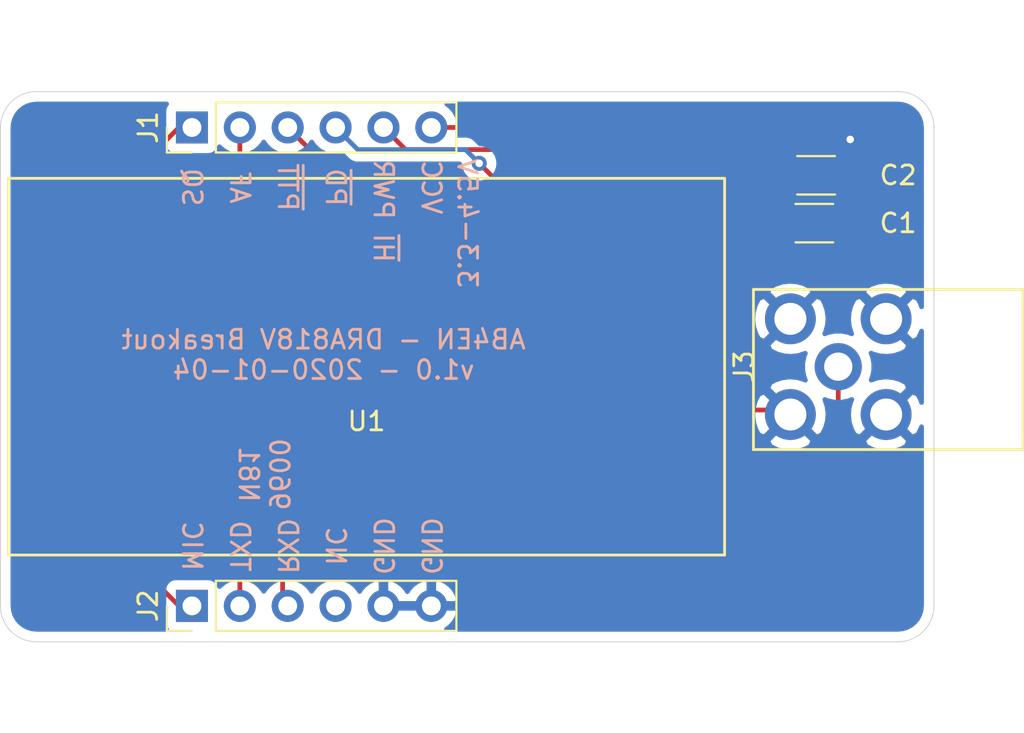
<source format=kicad_pcb>
(kicad_pcb (version 20171130) (host pcbnew 5.1.4-e60b266~84~ubuntu18.04.1)

  (general
    (thickness 1.6)
    (drawings 23)
    (tracks 49)
    (zones 0)
    (modules 6)
    (nets 12)
  )

  (page A4)
  (layers
    (0 F.Cu signal)
    (31 B.Cu signal)
    (32 B.Adhes user)
    (33 F.Adhes user)
    (34 B.Paste user)
    (35 F.Paste user)
    (36 B.SilkS user)
    (37 F.SilkS user)
    (38 B.Mask user)
    (39 F.Mask user)
    (40 Dwgs.User user)
    (41 Cmts.User user)
    (42 Eco1.User user)
    (43 Eco2.User user)
    (44 Edge.Cuts user)
    (45 Margin user)
    (46 B.CrtYd user)
    (47 F.CrtYd user)
    (48 B.Fab user)
    (49 F.Fab user)
  )

  (setup
    (last_trace_width 0.25)
    (trace_clearance 0.2)
    (zone_clearance 0.508)
    (zone_45_only no)
    (trace_min 0.2)
    (via_size 0.8)
    (via_drill 0.4)
    (via_min_size 0.4)
    (via_min_drill 0.3)
    (uvia_size 0.3)
    (uvia_drill 0.1)
    (uvias_allowed no)
    (uvia_min_size 0.2)
    (uvia_min_drill 0.1)
    (edge_width 0.05)
    (segment_width 0.2)
    (pcb_text_width 0.3)
    (pcb_text_size 1.5 1.5)
    (mod_edge_width 0.12)
    (mod_text_size 1 1)
    (mod_text_width 0.15)
    (pad_size 1.524 1.524)
    (pad_drill 0.762)
    (pad_to_mask_clearance 0.051)
    (solder_mask_min_width 0.25)
    (aux_axis_origin 0 0)
    (visible_elements FFFFFF7F)
    (pcbplotparams
      (layerselection 0x010fc_ffffffff)
      (usegerberextensions false)
      (usegerberattributes false)
      (usegerberadvancedattributes false)
      (creategerberjobfile false)
      (excludeedgelayer true)
      (linewidth 0.100000)
      (plotframeref false)
      (viasonmask false)
      (mode 1)
      (useauxorigin false)
      (hpglpennumber 1)
      (hpglpenspeed 20)
      (hpglpendiameter 15.000000)
      (psnegative false)
      (psa4output false)
      (plotreference true)
      (plotvalue true)
      (plotinvisibletext false)
      (padsonsilk false)
      (subtractmaskfromsilk false)
      (outputformat 1)
      (mirror false)
      (drillshape 1)
      (scaleselection 1)
      (outputdirectory ""))
  )

  (net 0 "")
  (net 1 "Net-(J1-Pad1)")
  (net 2 "Net-(J1-Pad2)")
  (net 3 "Net-(J1-Pad3)")
  (net 4 "Net-(J1-Pad4)")
  (net 5 "Net-(J1-Pad5)")
  (net 6 "Net-(J2-Pad1)")
  (net 7 "Net-(J2-Pad2)")
  (net 8 "Net-(J2-Pad3)")
  (net 9 GND)
  (net 10 "Net-(J3-Pad1)")
  (net 11 "Net-(C1-Pad1)")

  (net_class Default "This is the default net class."
    (clearance 0.2)
    (trace_width 0.25)
    (via_dia 0.8)
    (via_drill 0.4)
    (uvia_dia 0.3)
    (uvia_drill 0.1)
    (add_net GND)
    (add_net "Net-(C1-Pad1)")
    (add_net "Net-(J1-Pad1)")
    (add_net "Net-(J1-Pad2)")
    (add_net "Net-(J1-Pad3)")
    (add_net "Net-(J1-Pad4)")
    (add_net "Net-(J1-Pad5)")
    (add_net "Net-(J2-Pad1)")
    (add_net "Net-(J2-Pad2)")
    (add_net "Net-(J2-Pad3)")
    (add_net "Net-(J3-Pad1)")
  )

  (module Capacitors_SMD:C_1206_HandSoldering (layer F.Cu) (tedit 58AA84D1) (tstamp 5E10D128)
    (at 162.655 -1051.56)
    (descr "Capacitor SMD 1206, hand soldering")
    (tags "capacitor 1206")
    (path /5E114ED9)
    (attr smd)
    (fp_text reference C2 (at 4.35 0) (layer F.SilkS)
      (effects (font (size 1 1) (thickness 0.15)))
    )
    (fp_text value 10uF (at 0 2) (layer F.Fab)
      (effects (font (size 1 1) (thickness 0.15)))
    )
    (fp_text user %R (at 0 -1.75) (layer F.Fab)
      (effects (font (size 1 1) (thickness 0.15)))
    )
    (fp_line (start -1.6 0.8) (end -1.6 -0.8) (layer F.Fab) (width 0.1))
    (fp_line (start 1.6 0.8) (end -1.6 0.8) (layer F.Fab) (width 0.1))
    (fp_line (start 1.6 -0.8) (end 1.6 0.8) (layer F.Fab) (width 0.1))
    (fp_line (start -1.6 -0.8) (end 1.6 -0.8) (layer F.Fab) (width 0.1))
    (fp_line (start 1 -1.02) (end -1 -1.02) (layer F.SilkS) (width 0.12))
    (fp_line (start -1 1.02) (end 1 1.02) (layer F.SilkS) (width 0.12))
    (fp_line (start -3.25 -1.05) (end 3.25 -1.05) (layer F.CrtYd) (width 0.05))
    (fp_line (start -3.25 -1.05) (end -3.25 1.05) (layer F.CrtYd) (width 0.05))
    (fp_line (start 3.25 1.05) (end 3.25 -1.05) (layer F.CrtYd) (width 0.05))
    (fp_line (start 3.25 1.05) (end -3.25 1.05) (layer F.CrtYd) (width 0.05))
    (pad 1 smd rect (at -2 0) (size 2 1.6) (layers F.Cu F.Paste F.Mask)
      (net 11 "Net-(C1-Pad1)"))
    (pad 2 smd rect (at 2 0) (size 2 1.6) (layers F.Cu F.Paste F.Mask)
      (net 9 GND))
    (model Capacitors_SMD.3dshapes/C_1206.wrl
      (at (xyz 0 0 0))
      (scale (xyz 1 1 1))
      (rotate (xyz 0 0 0))
    )
  )

  (module Capacitors_SMD:C_1206_HandSoldering (layer F.Cu) (tedit 58AA84D1) (tstamp 5E10D125)
    (at 162.56 -1049.02)
    (descr "Capacitor SMD 1206, hand soldering")
    (tags "capacitor 1206")
    (path /5E1152B3)
    (attr smd)
    (fp_text reference C1 (at 4.445 0) (layer F.SilkS)
      (effects (font (size 1 1) (thickness 0.15)))
    )
    (fp_text value 1uF (at 0 2) (layer F.Fab)
      (effects (font (size 1 1) (thickness 0.15)))
    )
    (fp_text user %R (at 0 -1.75) (layer F.Fab)
      (effects (font (size 1 1) (thickness 0.15)))
    )
    (fp_line (start -1.6 0.8) (end -1.6 -0.8) (layer F.Fab) (width 0.1))
    (fp_line (start 1.6 0.8) (end -1.6 0.8) (layer F.Fab) (width 0.1))
    (fp_line (start 1.6 -0.8) (end 1.6 0.8) (layer F.Fab) (width 0.1))
    (fp_line (start -1.6 -0.8) (end 1.6 -0.8) (layer F.Fab) (width 0.1))
    (fp_line (start 1 -1.02) (end -1 -1.02) (layer F.SilkS) (width 0.12))
    (fp_line (start -1 1.02) (end 1 1.02) (layer F.SilkS) (width 0.12))
    (fp_line (start -3.25 -1.05) (end 3.25 -1.05) (layer F.CrtYd) (width 0.05))
    (fp_line (start -3.25 -1.05) (end -3.25 1.05) (layer F.CrtYd) (width 0.05))
    (fp_line (start 3.25 1.05) (end 3.25 -1.05) (layer F.CrtYd) (width 0.05))
    (fp_line (start 3.25 1.05) (end -3.25 1.05) (layer F.CrtYd) (width 0.05))
    (pad 1 smd rect (at -2 0) (size 2 1.6) (layers F.Cu F.Paste F.Mask)
      (net 11 "Net-(C1-Pad1)"))
    (pad 2 smd rect (at 2 0) (size 2 1.6) (layers F.Cu F.Paste F.Mask)
      (net 9 GND))
    (model Capacitors_SMD.3dshapes/C_1206.wrl
      (at (xyz 0 0 0))
      (scale (xyz 1 1 1))
      (rotate (xyz 0 0 0))
    )
  )

  (module Connectors_RF_Ham:SMA_THT_90deg (layer F.Cu) (tedit 5D5C7DFB) (tstamp 5E10C98D)
    (at 163.83 -1041.4 90)
    (tags "sma tht")
    (path /5E10EBCE)
    (fp_text reference J3 (at 0 -5 270) (layer F.SilkS)
      (effects (font (size 1 1) (thickness 0.15)))
    )
    (fp_text value Conn_Coaxial (at 0 -6.2 90) (layer F.Fab)
      (effects (font (size 1 1) (thickness 0.15)))
    )
    (fp_line (start -4.4 9.8) (end -4.4 -4.5) (layer F.SilkS) (width 0.15))
    (fp_line (start -3.5 9.8) (end -4.4 9.8) (layer F.SilkS) (width 0.15))
    (fp_line (start 4.1 9.8) (end -3.5 9.8) (layer F.SilkS) (width 0.15))
    (fp_line (start 4.1 -4.5) (end 4.1 9.8) (layer F.SilkS) (width 0.15))
    (fp_line (start -4.4 -4.5) (end 4.1 -4.5) (layer F.SilkS) (width 0.15))
    (pad 2 thru_hole circle (at -2.54 2.54 90) (size 2.7 2.7) (drill 1.7) (layers *.Cu *.Mask)
      (net 9 GND))
    (pad 2 thru_hole circle (at 2.54 2.54 90) (size 2.7 2.7) (drill 1.7) (layers *.Cu *.Mask)
      (net 9 GND))
    (pad 2 thru_hole circle (at 2.54 -2.54 90) (size 2.7 2.7) (drill 1.7) (layers *.Cu *.Mask)
      (net 9 GND))
    (pad 2 thru_hole circle (at -2.54 -2.54 90) (size 2.7 2.7) (drill 1.7) (layers *.Cu *.Mask)
      (net 9 GND))
    (pad 1 thru_hole circle (at 0 0 90) (size 2.5 2.5) (drill 1.5) (layers *.Cu *.Mask)
      (net 10 "Net-(J3-Pad1)"))
  )

  (module RF_Ham:DRV818V (layer F.Cu) (tedit 5D5C7749) (tstamp 5E10C715)
    (at 138.8 -1041.4)
    (path /5E10C7B3)
    (fp_text reference U1 (at 0 2.9) (layer F.SilkS)
      (effects (font (size 1 1) (thickness 0.15)))
    )
    (fp_text value DRV818V (at 0 -5.6) (layer F.Fab)
      (effects (font (size 1 1) (thickness 0.15)))
    )
    (fp_line (start -19 10) (end 19 10) (layer F.SilkS) (width 0.15))
    (fp_line (start 19 -10) (end 19 10) (layer F.SilkS) (width 0.15))
    (fp_line (start -19 -10) (end -19 10) (layer F.SilkS) (width 0.15))
    (fp_line (start -19 -10) (end 19 -10) (layer F.SilkS) (width 0.15))
    (pad 11 smd rect (at 17.5 6.9 90) (size 1.8 3) (layers F.Cu F.Paste F.Mask))
    (pad 10 smd rect (at 17.5 2.3 90) (size 1.8 3) (layers F.Cu F.Paste F.Mask)
      (net 9 GND))
    (pad 9 smd rect (at 17.5 -2.3 90) (size 1.8 3) (layers F.Cu F.Paste F.Mask)
      (net 9 GND))
    (pad 8 smd rect (at 17.5 -6.9 90) (size 1.8 3) (layers F.Cu F.Paste F.Mask)
      (net 11 "Net-(C1-Pad1)"))
    (pad 14 smd rect (at 4.45 8.55) (size 1.8 3) (layers F.Cu F.Paste F.Mask))
    (pad 18 smd rect (at -13.5 8.55) (size 1.8 3) (layers F.Cu F.Paste F.Mask)
      (net 6 "Net-(J2-Pad1)"))
    (pad 16 smd rect (at -4.45 8.55) (size 1.8 3) (layers F.Cu F.Paste F.Mask)
      (net 8 "Net-(J2-Pad3)"))
    (pad 15 smd rect (at 0 8.55) (size 1.8 3) (layers F.Cu F.Paste F.Mask))
    (pad 12 smd rect (at 13.35 8.55) (size 1.8 3) (layers F.Cu F.Paste F.Mask)
      (net 10 "Net-(J3-Pad1)"))
    (pad 17 smd rect (at -8.9 8.5145) (size 1.8 3) (layers F.Cu F.Paste F.Mask)
      (net 7 "Net-(J2-Pad2)"))
    (pad 13 smd rect (at 8.9 8.55) (size 1.8 3) (layers F.Cu F.Paste F.Mask))
    (pad 7 smd rect (at 13.35 -8.55) (size 1.8 3) (layers F.Cu F.Paste F.Mask)
      (net 5 "Net-(J1-Pad5)"))
    (pad 6 smd rect (at 8.9 -8.55) (size 1.8 3) (layers F.Cu F.Paste F.Mask)
      (net 4 "Net-(J1-Pad4)"))
    (pad 5 smd rect (at 4.45 -8.55) (size 1.8 3) (layers F.Cu F.Paste F.Mask)
      (net 3 "Net-(J1-Pad3)"))
    (pad 4 smd rect (at 0 -8.55) (size 1.8 3) (layers F.Cu F.Paste F.Mask))
    (pad 3 smd rect (at -4.45 -8.55) (size 1.8 3) (layers F.Cu F.Paste F.Mask)
      (net 2 "Net-(J1-Pad2)"))
    (pad 2 smd rect (at -8.9 -8.55) (size 1.8 3) (layers F.Cu F.Paste F.Mask))
    (pad 1 smd rect (at -13.5 -8.55) (size 1.8 3) (layers F.Cu F.Paste F.Mask)
      (net 1 "Net-(J1-Pad1)"))
  )

  (module Pin_Headers:Pin_Header_Straight_1x06_Pitch2.54mm (layer F.Cu) (tedit 59650532) (tstamp 5E10C6FB)
    (at 129.54 -1028.7 90)
    (descr "Through hole straight pin header, 1x06, 2.54mm pitch, single row")
    (tags "Through hole pin header THT 1x06 2.54mm single row")
    (path /5E10D4FC)
    (fp_text reference J2 (at 0 -2.33 90) (layer F.SilkS)
      (effects (font (size 1 1) (thickness 0.15)))
    )
    (fp_text value Conn_01x06_Male (at 0 15.03 90) (layer F.Fab)
      (effects (font (size 1 1) (thickness 0.15)))
    )
    (fp_line (start -0.635 -1.27) (end 1.27 -1.27) (layer F.Fab) (width 0.1))
    (fp_line (start 1.27 -1.27) (end 1.27 13.97) (layer F.Fab) (width 0.1))
    (fp_line (start 1.27 13.97) (end -1.27 13.97) (layer F.Fab) (width 0.1))
    (fp_line (start -1.27 13.97) (end -1.27 -0.635) (layer F.Fab) (width 0.1))
    (fp_line (start -1.27 -0.635) (end -0.635 -1.27) (layer F.Fab) (width 0.1))
    (fp_line (start -1.33 14.03) (end 1.33 14.03) (layer F.SilkS) (width 0.12))
    (fp_line (start -1.33 1.27) (end -1.33 14.03) (layer F.SilkS) (width 0.12))
    (fp_line (start 1.33 1.27) (end 1.33 14.03) (layer F.SilkS) (width 0.12))
    (fp_line (start -1.33 1.27) (end 1.33 1.27) (layer F.SilkS) (width 0.12))
    (fp_line (start -1.33 0) (end -1.33 -1.33) (layer F.SilkS) (width 0.12))
    (fp_line (start -1.33 -1.33) (end 0 -1.33) (layer F.SilkS) (width 0.12))
    (fp_line (start -1.8 -1.8) (end -1.8 14.5) (layer F.CrtYd) (width 0.05))
    (fp_line (start -1.8 14.5) (end 1.8 14.5) (layer F.CrtYd) (width 0.05))
    (fp_line (start 1.8 14.5) (end 1.8 -1.8) (layer F.CrtYd) (width 0.05))
    (fp_line (start 1.8 -1.8) (end -1.8 -1.8) (layer F.CrtYd) (width 0.05))
    (fp_text user %R (at 0 6.35) (layer F.Fab)
      (effects (font (size 1 1) (thickness 0.15)))
    )
    (pad 1 thru_hole rect (at 0 0 90) (size 1.7 1.7) (drill 1) (layers *.Cu *.Mask)
      (net 6 "Net-(J2-Pad1)"))
    (pad 2 thru_hole oval (at 0 2.54 90) (size 1.7 1.7) (drill 1) (layers *.Cu *.Mask)
      (net 7 "Net-(J2-Pad2)"))
    (pad 3 thru_hole oval (at 0 5.08 90) (size 1.7 1.7) (drill 1) (layers *.Cu *.Mask)
      (net 8 "Net-(J2-Pad3)"))
    (pad 4 thru_hole oval (at 0 7.62 90) (size 1.7 1.7) (drill 1) (layers *.Cu *.Mask))
    (pad 5 thru_hole oval (at 0 10.16 90) (size 1.7 1.7) (drill 1) (layers *.Cu *.Mask)
      (net 9 GND))
    (pad 6 thru_hole oval (at 0 12.7 90) (size 1.7 1.7) (drill 1) (layers *.Cu *.Mask)
      (net 9 GND))
    (model ${KISYS3DMOD}/Pin_Headers.3dshapes/Pin_Header_Straight_1x06_Pitch2.54mm.wrl
      (at (xyz 0 0 0))
      (scale (xyz 1 1 1))
      (rotate (xyz 0 0 0))
    )
  )

  (module Pin_Headers:Pin_Header_Straight_1x06_Pitch2.54mm (layer F.Cu) (tedit 59650532) (tstamp 5E10C6F8)
    (at 129.54 -1054.1 90)
    (descr "Through hole straight pin header, 1x06, 2.54mm pitch, single row")
    (tags "Through hole pin header THT 1x06 2.54mm single row")
    (path /5E10CF11)
    (fp_text reference J1 (at 0 -2.33 90) (layer F.SilkS)
      (effects (font (size 1 1) (thickness 0.15)))
    )
    (fp_text value Conn_01x06_Male (at 0 15.03 90) (layer F.Fab)
      (effects (font (size 1 1) (thickness 0.15)))
    )
    (fp_line (start -0.635 -1.27) (end 1.27 -1.27) (layer F.Fab) (width 0.1))
    (fp_line (start 1.27 -1.27) (end 1.27 13.97) (layer F.Fab) (width 0.1))
    (fp_line (start 1.27 13.97) (end -1.27 13.97) (layer F.Fab) (width 0.1))
    (fp_line (start -1.27 13.97) (end -1.27 -0.635) (layer F.Fab) (width 0.1))
    (fp_line (start -1.27 -0.635) (end -0.635 -1.27) (layer F.Fab) (width 0.1))
    (fp_line (start -1.33 14.03) (end 1.33 14.03) (layer F.SilkS) (width 0.12))
    (fp_line (start -1.33 1.27) (end -1.33 14.03) (layer F.SilkS) (width 0.12))
    (fp_line (start 1.33 1.27) (end 1.33 14.03) (layer F.SilkS) (width 0.12))
    (fp_line (start -1.33 1.27) (end 1.33 1.27) (layer F.SilkS) (width 0.12))
    (fp_line (start -1.33 0) (end -1.33 -1.33) (layer F.SilkS) (width 0.12))
    (fp_line (start -1.33 -1.33) (end 0 -1.33) (layer F.SilkS) (width 0.12))
    (fp_line (start -1.8 -1.8) (end -1.8 14.5) (layer F.CrtYd) (width 0.05))
    (fp_line (start -1.8 14.5) (end 1.8 14.5) (layer F.CrtYd) (width 0.05))
    (fp_line (start 1.8 14.5) (end 1.8 -1.8) (layer F.CrtYd) (width 0.05))
    (fp_line (start 1.8 -1.8) (end -1.8 -1.8) (layer F.CrtYd) (width 0.05))
    (fp_text user %R (at 0 6.35) (layer F.Fab)
      (effects (font (size 1 1) (thickness 0.15)))
    )
    (pad 1 thru_hole rect (at 0 0 90) (size 1.7 1.7) (drill 1) (layers *.Cu *.Mask)
      (net 1 "Net-(J1-Pad1)"))
    (pad 2 thru_hole oval (at 0 2.54 90) (size 1.7 1.7) (drill 1) (layers *.Cu *.Mask)
      (net 2 "Net-(J1-Pad2)"))
    (pad 3 thru_hole oval (at 0 5.08 90) (size 1.7 1.7) (drill 1) (layers *.Cu *.Mask)
      (net 3 "Net-(J1-Pad3)"))
    (pad 4 thru_hole oval (at 0 7.62 90) (size 1.7 1.7) (drill 1) (layers *.Cu *.Mask)
      (net 4 "Net-(J1-Pad4)"))
    (pad 5 thru_hole oval (at 0 10.16 90) (size 1.7 1.7) (drill 1) (layers *.Cu *.Mask)
      (net 5 "Net-(J1-Pad5)"))
    (pad 6 thru_hole oval (at 0 12.7 90) (size 1.7 1.7) (drill 1) (layers *.Cu *.Mask)
      (net 11 "Net-(C1-Pad1)"))
    (model ${KISYS3DMOD}/Pin_Headers.3dshapes/Pin_Header_Straight_1x06_Pitch2.54mm.wrl
      (at (xyz 0 0 0))
      (scale (xyz 1 1 1))
      (rotate (xyz 0 0 0))
    )
  )

  (gr_text "9600\nN81" (at 133.35 -1035.685 270) (layer B.SilkS) (tstamp 5E10D388)
    (effects (font (size 1 1) (thickness 0.15)) (justify mirror))
  )
  (gr_text 3.3-4.5V (at 144.145 -1049.02 270) (layer B.SilkS) (tstamp 5E10D348)
    (effects (font (size 1 1) (thickness 0.15)) (justify mirror))
  )
  (gr_text NC (at 137.16 -1031.875 270) (layer B.SilkS) (tstamp 5E10D306)
    (effects (font (size 1 1) (thickness 0.15)) (justify mirror))
  )
  (gr_text MIC (at 129.54 -1031.875 270) (layer B.SilkS) (tstamp 5E10D2D6)
    (effects (font (size 1 1) (thickness 0.15)) (justify mirror))
  )
  (gr_text TXD (at 132.08 -1031.875 270) (layer B.SilkS) (tstamp 5E10D2D4)
    (effects (font (size 1 1) (thickness 0.15)) (justify mirror))
  )
  (gr_text RXD (at 134.62 -1031.875 270) (layer B.SilkS) (tstamp 5E10D2D2)
    (effects (font (size 1 1) (thickness 0.15)) (justify mirror))
  )
  (gr_text GND (at 139.7 -1031.875 270) (layer B.SilkS) (tstamp 5E10D2CE)
    (effects (font (size 1 1) (thickness 0.15)) (justify mirror))
  )
  (gr_text GND (at 142.24 -1031.875 270) (layer B.SilkS) (tstamp 5E10D2CC)
    (effects (font (size 1 1) (thickness 0.15)) (justify mirror))
  )
  (gr_text VCC (at 142.24 -1050.925 270) (layer B.SilkS) (tstamp 5E10D2CA)
    (effects (font (size 1 1) (thickness 0.15)) (justify mirror))
  )
  (gr_text "~HI PWR" (at 139.7 -1049.655 270) (layer B.SilkS) (tstamp 5E10D2C8)
    (effects (font (size 1 1) (thickness 0.15)) (justify mirror))
  )
  (gr_text ~PD (at 137.16 -1050.925 270) (layer B.SilkS) (tstamp 5E10D2C6)
    (effects (font (size 1 1) (thickness 0.15)) (justify mirror))
  )
  (gr_text ~PTT (at 134.62 -1050.925 270) (layer B.SilkS) (tstamp 5E10D2C4)
    (effects (font (size 1 1) (thickness 0.15)) (justify mirror))
  )
  (gr_text AF (at 132.08 -1050.925 270) (layer B.SilkS) (tstamp 5E10D2C2)
    (effects (font (size 1 1) (thickness 0.15)) (justify mirror))
  )
  (gr_text SQ (at 129.54 -1050.925 270) (layer B.SilkS)
    (effects (font (size 1 1) (thickness 0.15)) (justify mirror))
  )
  (gr_text "AB4EN - DRA818V Breakout\nv1.0 - 2020-01-04" (at 136.525 -1042.035) (layer B.SilkS)
    (effects (font (size 1 1) (thickness 0.15)) (justify mirror))
  )
  (gr_arc (start 167.005 -1054.1) (end 168.91 -1054.1) (angle -90) (layer Edge.Cuts) (width 0.05))
  (gr_arc (start 121.285 -1054.1) (end 121.285 -1056.005) (angle -90) (layer Edge.Cuts) (width 0.05))
  (gr_arc (start 121.285 -1028.7) (end 119.38 -1028.7) (angle -90) (layer Edge.Cuts) (width 0.05))
  (gr_arc (start 167.005 -1028.7) (end 167.005 -1026.795) (angle -90) (layer Edge.Cuts) (width 0.05))
  (gr_line (start 119.38 -1028.7) (end 119.38 -1054.1) (layer Edge.Cuts) (width 0.05) (tstamp 5E10CC05))
  (gr_line (start 167.005 -1026.795) (end 121.285 -1026.795) (layer Edge.Cuts) (width 0.05))
  (gr_line (start 168.91 -1054.1) (end 168.91 -1028.7) (layer Edge.Cuts) (width 0.05))
  (gr_line (start 121.285 -1056.005) (end 167.005 -1056.005) (layer Edge.Cuts) (width 0.05))

  (segment (start 128.85 -1054.1) (end 129.54 -1054.1) (width 0.25) (layer F.Cu) (net 1))
  (segment (start 125.3 -1050.55) (end 128.85 -1054.1) (width 0.25) (layer F.Cu) (net 1))
  (segment (start 125.3 -1049.95) (end 125.3 -1050.55) (width 0.25) (layer F.Cu) (net 1))
  (segment (start 132.08 -1052.897919) (end 132.08 -1054.1) (width 0.25) (layer F.Cu) (net 2))
  (segment (start 132.08 -1051.07) (end 132.08 -1052.897919) (width 0.25) (layer F.Cu) (net 2))
  (segment (start 133.2 -1049.95) (end 132.08 -1051.07) (width 0.25) (layer F.Cu) (net 2))
  (segment (start 134.35 -1049.95) (end 133.2 -1049.95) (width 0.25) (layer F.Cu) (net 2))
  (segment (start 136.944999 -1051.775001) (end 135.469999 -1053.250001) (width 0.25) (layer F.Cu) (net 3))
  (segment (start 135.469999 -1053.250001) (end 134.62 -1054.1) (width 0.25) (layer F.Cu) (net 3))
  (segment (start 140.274999 -1051.775001) (end 136.944999 -1051.775001) (width 0.25) (layer F.Cu) (net 3))
  (segment (start 142.1 -1049.95) (end 140.274999 -1051.775001) (width 0.25) (layer F.Cu) (net 3))
  (segment (start 143.25 -1049.95) (end 142.1 -1049.95) (width 0.25) (layer F.Cu) (net 3))
  (via (at 144.78 -1052.195) (size 0.8) (drill 0.4) (layers F.Cu B.Cu) (net 4))
  (segment (start 144.050001 -1052.924999) (end 144.78 -1052.195) (width 0.25) (layer B.Cu) (net 4))
  (segment (start 137.16 -1054.1) (end 138.335001 -1052.924999) (width 0.25) (layer B.Cu) (net 4))
  (segment (start 138.335001 -1052.924999) (end 144.050001 -1052.924999) (width 0.25) (layer B.Cu) (net 4))
  (segment (start 147.025 -1049.95) (end 147.7 -1049.95) (width 0.25) (layer F.Cu) (net 4))
  (segment (start 144.78 -1052.195) (end 147.025 -1049.95) (width 0.25) (layer F.Cu) (net 4))
  (segment (start 148.025001 -1052.924999) (end 151 -1049.95) (width 0.25) (layer F.Cu) (net 5))
  (segment (start 140.875001 -1052.924999) (end 148.025001 -1052.924999) (width 0.25) (layer F.Cu) (net 5))
  (segment (start 151 -1049.95) (end 152.15 -1049.95) (width 0.25) (layer F.Cu) (net 5))
  (segment (start 139.7 -1054.1) (end 140.875001 -1052.924999) (width 0.25) (layer F.Cu) (net 5))
  (segment (start 156.3 -1049.45) (end 156.3 -1048.3) (width 0.25) (layer F.Cu) (net 11))
  (segment (start 151.65 -1054.1) (end 156.3 -1049.45) (width 0.25) (layer F.Cu) (net 11))
  (segment (start 142.24 -1054.1) (end 151.65 -1054.1) (width 0.25) (layer F.Cu) (net 11))
  (segment (start 128.85 -1028.7) (end 129.54 -1028.7) (width 0.25) (layer F.Cu) (net 6))
  (segment (start 125.3 -1032.25) (end 128.85 -1028.7) (width 0.25) (layer F.Cu) (net 6))
  (segment (start 125.3 -1032.85) (end 125.3 -1032.25) (width 0.25) (layer F.Cu) (net 6))
  (segment (start 132.08 -1029.902081) (end 132.08 -1028.7) (width 0.25) (layer F.Cu) (net 7))
  (segment (start 132.08 -1031.8555) (end 132.08 -1029.902081) (width 0.25) (layer F.Cu) (net 7))
  (segment (start 131.05 -1032.8855) (end 132.08 -1031.8555) (width 0.25) (layer F.Cu) (net 7))
  (segment (start 129.9 -1032.8855) (end 131.05 -1032.8855) (width 0.25) (layer F.Cu) (net 7))
  (segment (start 134.35 -1028.97) (end 134.62 -1028.7) (width 0.25) (layer F.Cu) (net 8))
  (segment (start 134.35 -1032.85) (end 134.35 -1028.97) (width 0.25) (layer F.Cu) (net 8))
  (segment (start 156.3 -1043.7) (end 156.3 -1039.1) (width 0.25) (layer F.Cu) (net 9))
  (segment (start 161.05 -1039.1) (end 161.29 -1038.86) (width 0.25) (layer F.Cu) (net 9))
  (segment (start 156.3 -1039.1) (end 161.05 -1039.1) (width 0.25) (layer F.Cu) (net 9))
  (segment (start 164.655 -1049.115) (end 164.56 -1049.02) (width 0.25) (layer F.Cu) (net 9))
  (segment (start 164.655 -1051.56) (end 164.655 -1049.115) (width 0.25) (layer F.Cu) (net 9))
  (via (at 164.465 -1053.465) (size 0.8) (drill 0.4) (layers F.Cu B.Cu) (net 9))
  (segment (start 164.655 -1051.56) (end 164.655 -1053.275) (width 0.25) (layer F.Cu) (net 9))
  (segment (start 164.655 -1053.275) (end 164.465 -1053.465) (width 0.25) (layer F.Cu) (net 9))
  (segment (start 152.15 -1032.85) (end 161.63 -1032.85) (width 0.25) (layer F.Cu) (net 10))
  (segment (start 163.83 -1035.05) (end 163.83 -1041.4) (width 0.25) (layer F.Cu) (net 10))
  (segment (start 161.63 -1032.85) (end 163.83 -1035.05) (width 0.25) (layer F.Cu) (net 10))
  (segment (start 160.655 -1049.115) (end 160.56 -1049.02) (width 0.25) (layer F.Cu) (net 11))
  (segment (start 160.655 -1051.56) (end 160.655 -1049.115) (width 0.25) (layer F.Cu) (net 11))
  (segment (start 157.02 -1049.02) (end 156.3 -1048.3) (width 0.25) (layer F.Cu) (net 11))
  (segment (start 160.56 -1049.02) (end 157.02 -1049.02) (width 0.25) (layer F.Cu) (net 11))

  (zone (net 9) (net_name GND) (layer B.Cu) (tstamp 0) (hatch edge 0.508)
    (connect_pads (clearance 0.508))
    (min_thickness 0.254)
    (fill yes (arc_segments 32) (thermal_gap 0.508) (thermal_bridge_width 0.508))
    (polygon
      (pts
        (xy 119.38 -1056.005) (xy 168.91 -1056.005) (xy 168.91 -1026.795) (xy 119.38 -1026.795)
      )
    )
    (filled_polygon
      (pts
        (xy 128.159463 -1055.304494) (xy 128.100498 -1055.19418) (xy 128.064188 -1055.074482) (xy 128.051928 -1054.95) (xy 128.051928 -1053.25)
        (xy 128.064188 -1053.125518) (xy 128.100498 -1053.00582) (xy 128.159463 -1052.895506) (xy 128.238815 -1052.798815) (xy 128.335506 -1052.719463)
        (xy 128.44582 -1052.660498) (xy 128.565518 -1052.624188) (xy 128.69 -1052.611928) (xy 130.39 -1052.611928) (xy 130.514482 -1052.624188)
        (xy 130.63418 -1052.660498) (xy 130.744494 -1052.719463) (xy 130.841185 -1052.798815) (xy 130.920537 -1052.895506) (xy 130.979502 -1053.00582)
        (xy 131.000393 -1053.074687) (xy 131.024866 -1053.044866) (xy 131.250986 -1052.859294) (xy 131.508966 -1052.721401) (xy 131.788889 -1052.636487)
        (xy 132.00705 -1052.615) (xy 132.15295 -1052.615) (xy 132.371111 -1052.636487) (xy 132.651034 -1052.721401) (xy 132.909014 -1052.859294)
        (xy 133.135134 -1053.044866) (xy 133.320706 -1053.270986) (xy 133.35 -1053.325791) (xy 133.379294 -1053.270986) (xy 133.564866 -1053.044866)
        (xy 133.790986 -1052.859294) (xy 134.048966 -1052.721401) (xy 134.328889 -1052.636487) (xy 134.54705 -1052.615) (xy 134.69295 -1052.615)
        (xy 134.911111 -1052.636487) (xy 135.191034 -1052.721401) (xy 135.449014 -1052.859294) (xy 135.675134 -1053.044866) (xy 135.860706 -1053.270986)
        (xy 135.89 -1053.325791) (xy 135.919294 -1053.270986) (xy 136.104866 -1053.044866) (xy 136.330986 -1052.859294) (xy 136.588966 -1052.721401)
        (xy 136.868889 -1052.636487) (xy 137.08705 -1052.615) (xy 137.23295 -1052.615) (xy 137.451111 -1052.636487) (xy 137.525995 -1052.659203)
        (xy 137.771201 -1052.413997) (xy 137.795 -1052.384998) (xy 137.910725 -1052.290025) (xy 138.042754 -1052.219453) (xy 138.186015 -1052.175996)
        (xy 138.297668 -1052.164999) (xy 138.297677 -1052.164999) (xy 138.335 -1052.161323) (xy 138.372323 -1052.164999) (xy 143.735199 -1052.164999)
        (xy 143.745 -1052.155198) (xy 143.745 -1052.093061) (xy 143.784774 -1051.893102) (xy 143.862795 -1051.704744) (xy 143.976063 -1051.535226)
        (xy 144.120226 -1051.391063) (xy 144.289744 -1051.277795) (xy 144.478102 -1051.199774) (xy 144.678061 -1051.16) (xy 144.881939 -1051.16)
        (xy 145.081898 -1051.199774) (xy 145.270256 -1051.277795) (xy 145.439774 -1051.391063) (xy 145.583937 -1051.535226) (xy 145.697205 -1051.704744)
        (xy 145.775226 -1051.893102) (xy 145.815 -1052.093061) (xy 145.815 -1052.296939) (xy 145.775226 -1052.496898) (xy 145.697205 -1052.685256)
        (xy 145.583937 -1052.854774) (xy 145.439774 -1052.998937) (xy 145.270256 -1053.112205) (xy 145.081898 -1053.190226) (xy 144.881939 -1053.23)
        (xy 144.819802 -1053.23) (xy 144.613804 -1053.435997) (xy 144.590002 -1053.465) (xy 144.474277 -1053.559973) (xy 144.342248 -1053.630545)
        (xy 144.198987 -1053.674002) (xy 144.087334 -1053.684999) (xy 144.087323 -1053.684999) (xy 144.050001 -1053.688675) (xy 144.012679 -1053.684999)
        (xy 143.665931 -1053.684999) (xy 143.703513 -1053.808889) (xy 143.732185 -1054.1) (xy 143.703513 -1054.391111) (xy 143.618599 -1054.671034)
        (xy 143.480706 -1054.929014) (xy 143.295134 -1055.155134) (xy 143.069014 -1055.340706) (xy 143.06098 -1055.345) (xy 166.972723 -1055.345)
        (xy 167.246204 -1055.318185) (xy 167.478226 -1055.248133) (xy 167.692222 -1055.13435) (xy 167.880041 -1054.981168) (xy 168.03453 -1054.794423)
        (xy 168.149801 -1054.581231) (xy 168.221472 -1054.3497) (xy 168.25 -1054.078275) (xy 168.25 -1044.577236) (xy 168.193568 -1044.748116)
        (xy 168.055044 -1045.007276) (xy 167.754838 -1045.145233) (xy 166.549605 -1043.94) (xy 167.754838 -1042.734767) (xy 168.055044 -1042.872724)
        (xy 168.230882 -1043.221967) (xy 168.25 -1043.291026) (xy 168.250001 -1039.497235) (xy 168.193568 -1039.668116) (xy 168.055044 -1039.927276)
        (xy 167.754838 -1040.065233) (xy 166.549605 -1038.86) (xy 167.754838 -1037.654767) (xy 168.055044 -1037.792724) (xy 168.230882 -1038.141967)
        (xy 168.250001 -1038.211026) (xy 168.250001 -1028.732288) (xy 168.223185 -1028.458795) (xy 168.153133 -1028.226774) (xy 168.03935 -1028.012778)
        (xy 167.886169 -1027.824961) (xy 167.699424 -1027.670471) (xy 167.486231 -1027.555198) (xy 167.254701 -1027.483528) (xy 166.983276 -1027.455)
        (xy 143.042637 -1027.455) (xy 143.240269 -1027.602412) (xy 143.435178 -1027.818645) (xy 143.584157 -1028.068748) (xy 143.681481 -1028.343109)
        (xy 143.560814 -1028.573) (xy 142.367 -1028.573) (xy 142.367 -1028.553) (xy 142.113 -1028.553) (xy 142.113 -1028.573)
        (xy 139.827 -1028.573) (xy 139.827 -1028.553) (xy 139.573 -1028.553) (xy 139.573 -1028.573) (xy 139.553 -1028.573)
        (xy 139.553 -1028.827) (xy 139.573 -1028.827) (xy 139.573 -1030.020155) (xy 139.827 -1030.020155) (xy 139.827 -1028.827)
        (xy 142.113 -1028.827) (xy 142.113 -1030.020155) (xy 142.367 -1030.020155) (xy 142.367 -1028.827) (xy 143.560814 -1028.827)
        (xy 143.681481 -1029.056891) (xy 143.584157 -1029.331252) (xy 143.435178 -1029.581355) (xy 143.240269 -1029.797588) (xy 143.00692 -1029.971641)
        (xy 142.744099 -1030.096825) (xy 142.59689 -1030.141476) (xy 142.367 -1030.020155) (xy 142.113 -1030.020155) (xy 141.88311 -1030.141476)
        (xy 141.735901 -1030.096825) (xy 141.47308 -1029.971641) (xy 141.239731 -1029.797588) (xy 141.044822 -1029.581355) (xy 140.97 -1029.455745)
        (xy 140.895178 -1029.581355) (xy 140.700269 -1029.797588) (xy 140.46692 -1029.971641) (xy 140.204099 -1030.096825) (xy 140.05689 -1030.141476)
        (xy 139.827 -1030.020155) (xy 139.573 -1030.020155) (xy 139.34311 -1030.141476) (xy 139.195901 -1030.096825) (xy 138.93308 -1029.971641)
        (xy 138.699731 -1029.797588) (xy 138.504822 -1029.581355) (xy 138.435201 -1029.464477) (xy 138.400706 -1029.529014) (xy 138.215134 -1029.755134)
        (xy 137.989014 -1029.940706) (xy 137.731034 -1030.078599) (xy 137.451111 -1030.163513) (xy 137.23295 -1030.185) (xy 137.08705 -1030.185)
        (xy 136.868889 -1030.163513) (xy 136.588966 -1030.078599) (xy 136.330986 -1029.940706) (xy 136.104866 -1029.755134) (xy 135.919294 -1029.529014)
        (xy 135.89 -1029.474209) (xy 135.860706 -1029.529014) (xy 135.675134 -1029.755134) (xy 135.449014 -1029.940706) (xy 135.191034 -1030.078599)
        (xy 134.911111 -1030.163513) (xy 134.69295 -1030.185) (xy 134.54705 -1030.185) (xy 134.328889 -1030.163513) (xy 134.048966 -1030.078599)
        (xy 133.790986 -1029.940706) (xy 133.564866 -1029.755134) (xy 133.379294 -1029.529014) (xy 133.35 -1029.474209) (xy 133.320706 -1029.529014)
        (xy 133.135134 -1029.755134) (xy 132.909014 -1029.940706) (xy 132.651034 -1030.078599) (xy 132.371111 -1030.163513) (xy 132.15295 -1030.185)
        (xy 132.00705 -1030.185) (xy 131.788889 -1030.163513) (xy 131.508966 -1030.078599) (xy 131.250986 -1029.940706) (xy 131.024866 -1029.755134)
        (xy 131.000393 -1029.725313) (xy 130.979502 -1029.79418) (xy 130.920537 -1029.904494) (xy 130.841185 -1030.001185) (xy 130.744494 -1030.080537)
        (xy 130.63418 -1030.139502) (xy 130.514482 -1030.175812) (xy 130.39 -1030.188072) (xy 128.69 -1030.188072) (xy 128.565518 -1030.175812)
        (xy 128.44582 -1030.139502) (xy 128.335506 -1030.080537) (xy 128.238815 -1030.001185) (xy 128.159463 -1029.904494) (xy 128.100498 -1029.79418)
        (xy 128.064188 -1029.674482) (xy 128.051928 -1029.55) (xy 128.051928 -1027.85) (xy 128.064188 -1027.725518) (xy 128.100498 -1027.60582)
        (xy 128.159463 -1027.495506) (xy 128.192705 -1027.455) (xy 121.317277 -1027.455) (xy 121.043795 -1027.481815) (xy 120.811774 -1027.551867)
        (xy 120.597778 -1027.66565) (xy 120.409961 -1027.818831) (xy 120.255471 -1028.005576) (xy 120.140198 -1028.218769) (xy 120.068528 -1028.450299)
        (xy 120.04 -1028.721724) (xy 120.04 -1037.475162) (xy 160.084767 -1037.475162) (xy 160.222724 -1037.174956) (xy 160.571967 -1036.999118)
        (xy 160.948804 -1036.894793) (xy 161.338753 -1036.865991) (xy 161.726828 -1036.913816) (xy 162.098116 -1037.036432) (xy 162.357276 -1037.174956)
        (xy 162.495233 -1037.475162) (xy 165.164767 -1037.475162) (xy 165.302724 -1037.174956) (xy 165.651967 -1036.999118) (xy 166.028804 -1036.894793)
        (xy 166.418753 -1036.865991) (xy 166.806828 -1036.913816) (xy 167.178116 -1037.036432) (xy 167.437276 -1037.174956) (xy 167.575233 -1037.475162)
        (xy 166.37 -1038.680395) (xy 165.164767 -1037.475162) (xy 162.495233 -1037.475162) (xy 161.29 -1038.680395) (xy 160.084767 -1037.475162)
        (xy 120.04 -1037.475162) (xy 120.04 -1038.811247) (xy 159.295991 -1038.811247) (xy 159.343816 -1038.423172) (xy 159.466432 -1038.051884)
        (xy 159.604956 -1037.792724) (xy 159.905162 -1037.654767) (xy 161.110395 -1038.86) (xy 159.905162 -1040.065233) (xy 159.604956 -1039.927276)
        (xy 159.429118 -1039.578033) (xy 159.324793 -1039.201196) (xy 159.295991 -1038.811247) (xy 120.04 -1038.811247) (xy 120.04 -1042.555162)
        (xy 160.084767 -1042.555162) (xy 160.222724 -1042.254956) (xy 160.571967 -1042.079118) (xy 160.948804 -1041.974793) (xy 161.338753 -1041.945991)
        (xy 161.726828 -1041.993816) (xy 162.084597 -1042.111967) (xy 162.017439 -1041.949834) (xy 161.945 -1041.585656) (xy 161.945 -1041.214344)
        (xy 162.017439 -1040.850166) (xy 162.08758 -1040.680832) (xy 162.008033 -1040.720882) (xy 161.631196 -1040.825207) (xy 161.241247 -1040.854009)
        (xy 160.853172 -1040.806184) (xy 160.481884 -1040.683568) (xy 160.222724 -1040.545044) (xy 160.084767 -1040.244838) (xy 161.29 -1039.039605)
        (xy 161.304143 -1039.053748) (xy 161.483748 -1038.874143) (xy 161.469605 -1038.86) (xy 162.674838 -1037.654767) (xy 162.975044 -1037.792724)
        (xy 163.150882 -1038.141967) (xy 163.255207 -1038.518804) (xy 163.284009 -1038.908753) (xy 163.236184 -1039.296828) (xy 163.118033 -1039.654597)
        (xy 163.280166 -1039.587439) (xy 163.644344 -1039.515) (xy 164.015656 -1039.515) (xy 164.379834 -1039.587439) (xy 164.549168 -1039.65758)
        (xy 164.509118 -1039.578033) (xy 164.404793 -1039.201196) (xy 164.375991 -1038.811247) (xy 164.423816 -1038.423172) (xy 164.546432 -1038.051884)
        (xy 164.684956 -1037.792724) (xy 164.985162 -1037.654767) (xy 166.190395 -1038.86) (xy 166.176253 -1038.874143) (xy 166.355858 -1039.053748)
        (xy 166.37 -1039.039605) (xy 167.575233 -1040.244838) (xy 167.437276 -1040.545044) (xy 167.088033 -1040.720882) (xy 166.711196 -1040.825207)
        (xy 166.321247 -1040.854009) (xy 165.933172 -1040.806184) (xy 165.575403 -1040.688033) (xy 165.642561 -1040.850166) (xy 165.715 -1041.214344)
        (xy 165.715 -1041.585656) (xy 165.642561 -1041.949834) (xy 165.57242 -1042.119168) (xy 165.651967 -1042.079118) (xy 166.028804 -1041.974793)
        (xy 166.418753 -1041.945991) (xy 166.806828 -1041.993816) (xy 167.178116 -1042.116432) (xy 167.437276 -1042.254956) (xy 167.575233 -1042.555162)
        (xy 166.37 -1043.760395) (xy 166.355858 -1043.746253) (xy 166.176253 -1043.925858) (xy 166.190395 -1043.94) (xy 164.985162 -1045.145233)
        (xy 164.684956 -1045.007276) (xy 164.509118 -1044.658033) (xy 164.404793 -1044.281196) (xy 164.375991 -1043.891247) (xy 164.423816 -1043.503172)
        (xy 164.541967 -1043.145403) (xy 164.379834 -1043.212561) (xy 164.015656 -1043.285) (xy 163.644344 -1043.285) (xy 163.280166 -1043.212561)
        (xy 163.110832 -1043.14242) (xy 163.150882 -1043.221967) (xy 163.255207 -1043.598804) (xy 163.284009 -1043.988753) (xy 163.236184 -1044.376828)
        (xy 163.113568 -1044.748116) (xy 162.975044 -1045.007276) (xy 162.674838 -1045.145233) (xy 161.469605 -1043.94) (xy 161.483748 -1043.925858)
        (xy 161.304143 -1043.746253) (xy 161.29 -1043.760395) (xy 160.084767 -1042.555162) (xy 120.04 -1042.555162) (xy 120.04 -1043.891247)
        (xy 159.295991 -1043.891247) (xy 159.343816 -1043.503172) (xy 159.466432 -1043.131884) (xy 159.604956 -1042.872724) (xy 159.905162 -1042.734767)
        (xy 161.110395 -1043.94) (xy 159.905162 -1045.145233) (xy 159.604956 -1045.007276) (xy 159.429118 -1044.658033) (xy 159.324793 -1044.281196)
        (xy 159.295991 -1043.891247) (xy 120.04 -1043.891247) (xy 120.04 -1045.324838) (xy 160.084767 -1045.324838) (xy 161.29 -1044.119605)
        (xy 162.495233 -1045.324838) (xy 165.164767 -1045.324838) (xy 166.37 -1044.119605) (xy 167.575233 -1045.324838) (xy 167.437276 -1045.625044)
        (xy 167.088033 -1045.800882) (xy 166.711196 -1045.905207) (xy 166.321247 -1045.934009) (xy 165.933172 -1045.886184) (xy 165.561884 -1045.763568)
        (xy 165.302724 -1045.625044) (xy 165.164767 -1045.324838) (xy 162.495233 -1045.324838) (xy 162.357276 -1045.625044) (xy 162.008033 -1045.800882)
        (xy 161.631196 -1045.905207) (xy 161.241247 -1045.934009) (xy 160.853172 -1045.886184) (xy 160.481884 -1045.763568) (xy 160.222724 -1045.625044)
        (xy 160.084767 -1045.324838) (xy 120.04 -1045.324838) (xy 120.04 -1054.067723) (xy 120.066815 -1054.341204) (xy 120.136867 -1054.573226)
        (xy 120.25065 -1054.787222) (xy 120.403832 -1054.975041) (xy 120.590577 -1055.12953) (xy 120.803769 -1055.244801) (xy 121.0353 -1055.316472)
        (xy 121.306725 -1055.345) (xy 128.192705 -1055.345)
      )
    )
  )
)

</source>
